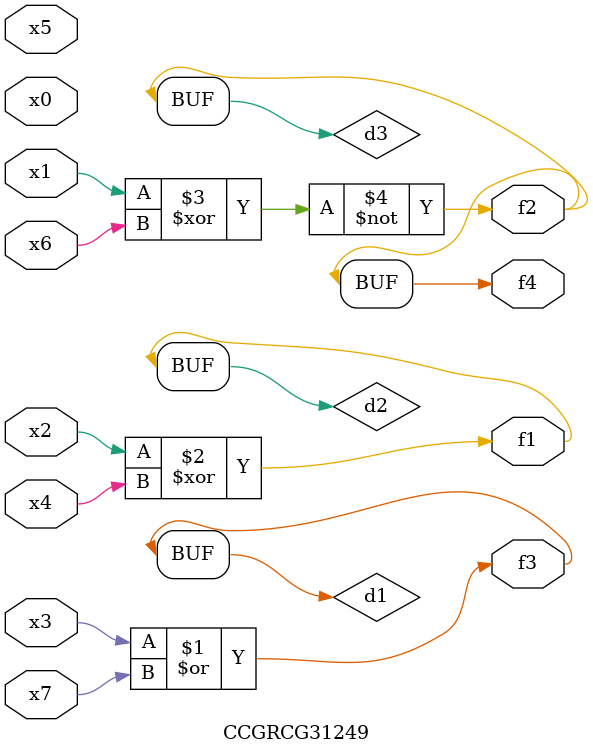
<source format=v>
module CCGRCG31249(
	input x0, x1, x2, x3, x4, x5, x6, x7,
	output f1, f2, f3, f4
);

	wire d1, d2, d3;

	or (d1, x3, x7);
	xor (d2, x2, x4);
	xnor (d3, x1, x6);
	assign f1 = d2;
	assign f2 = d3;
	assign f3 = d1;
	assign f4 = d3;
endmodule

</source>
